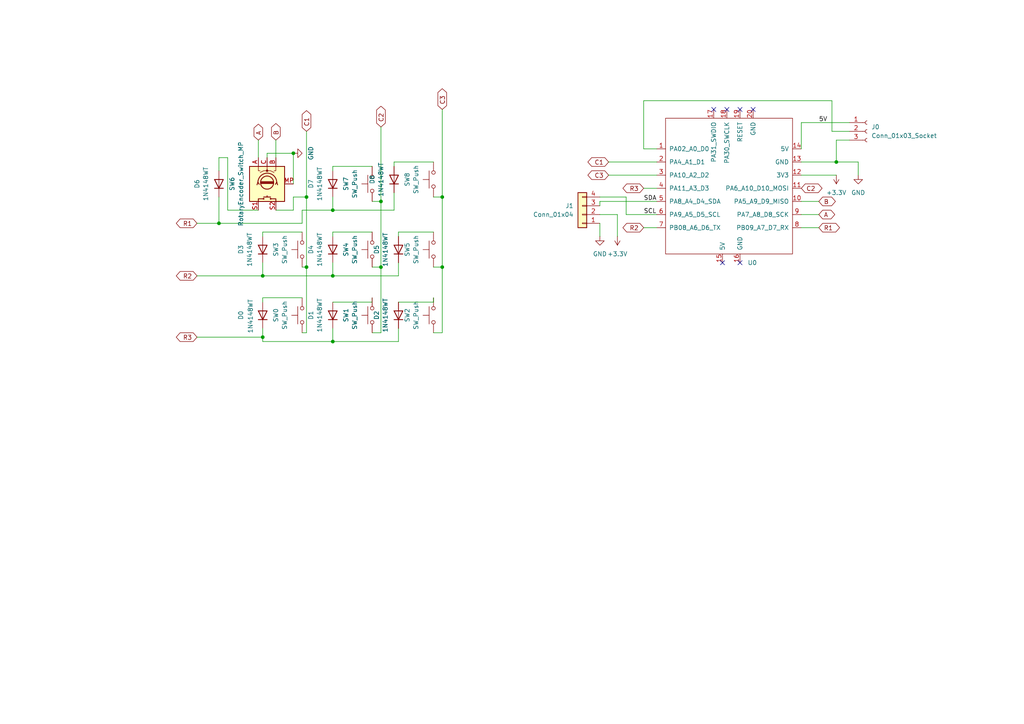
<source format=kicad_sch>
(kicad_sch (version 20231120) (generator "eeschema") (generator_version "8.0")
  (paper "A4")
  (lib_symbols
    (symbol "Connector:Conn_01x03_Socket" (pin_names (offset 1.016) hide)
      (property "Reference" "J" (at 0 5.08 0))
      (property "Value" "Conn_01x03_Socket" (at 0 -5.08 0))
      (symbol "Conn_01x03_Socket_1_1"
        (arc (start 0 -2.032) (mid -0.5058 -2.54) (end 0 -3.048) (stroke (width 0.1524)))
        (polyline (pts (xy -1.27 -2.54) (xy -0.508 -2.54)) (stroke (width 0.1524)))
        (polyline (pts (xy -1.27 0) (xy -0.508 0)) (stroke (width 0.1524)))
        (polyline (pts (xy -1.27 2.54) (xy -0.508 2.54)) (stroke (width 0.1524)))
        (arc (start 0 0.508) (mid -0.5058 0) (end 0 -0.508) (stroke (width 0.1524)))
        (arc (start 0 3.048) (mid -0.5058 2.54) (end 0 2.032) (stroke (width 0.1524)))
        (pin passive line (at -5.08 2.54 0) (length 3.81) (name "Pin_1") (number "1"))
        (pin passive line (at -5.08 0 0) (length 3.81) (name "Pin_2") (number "2"))
        (pin passive line (at -5.08 -2.54 0) (length 3.81) (name "Pin_3") (number "3"))
      )
    )
    (symbol "Connector_Generic:Conn_01x04" (pin_names (offset 1.016) hide)
      (property "Reference" "J1" (at 2.54 0.0001 0))
      (property "Value" "Conn_01x04" (at 2.54 -2.5399 0))
      (symbol "Conn_01x04_1_1"
        (rectangle (start -1.27 -4.953) (end 0 -5.207) (stroke (width 0.1524)))
        (rectangle (start -1.27 -2.413) (end 0 -2.667) (stroke (width 0.1524)))
        (rectangle (start -1.27 0.127) (end 0 -0.127) (stroke (width 0.1524)))
        (rectangle (start -1.27 2.667) (end 0 2.413) (stroke (width 0.1524)))
        (rectangle (start -1.27 3.81) (end 1.27 -6.35) (stroke (width 0.254)) (fill (type background)))
        (pin passive line (at -5.08 -5.08 0) (length 3.81) (name "Pin_4") (number "1"))
        (pin passive line (at -5.08 -2.54 0) (length 3.81) (name "Pin_3") (number "2"))
        (pin passive line (at -5.08 0 0) (length 3.81) (name "Pin_2") (number "3"))
        (pin passive line (at -5.08 2.54 0) (length 3.81) (name "Pin_1") (number "4"))
      )
    )
    (symbol "Device:RotaryEncoder_Switch_MP" (pin_names (offset 0.254) hide)
      (property "Reference" "SW" (at 0 8.89 0))
      (property "Value" "RotaryEncoder_Switch_MP" (at 0 6.35 0))
      (symbol "RotaryEncoder_Switch_MP_0_1"
        (rectangle (start -5.08 5.08) (end 5.08 -5.08) (stroke (width 0.254)) (fill (type background)))
        (circle (center -3.81 0) (radius 0.254) (fill (type outline)))
        (circle (center -0.381 0) (radius 1.905) (stroke (width 0.254)))
        (arc (start -0.381 2.667) (mid -3.0988 -0.0635) (end -0.381 -2.794) (stroke (width 0.254)))
        (polyline (pts (xy -0.635 -1.778) (xy -0.635 1.778)) (stroke (width 0.254)))
        (polyline (pts (xy -0.381 -1.778) (xy -0.381 1.778)) (stroke (width 0.254)))
        (polyline (pts (xy -0.127 1.778) (xy -0.127 -1.778)) (stroke (width 0.254)))
        (polyline (pts (xy 3.81 0) (xy 3.429 0)) (stroke (width 0.254)))
        (polyline (pts (xy 3.81 1.016) (xy 3.81 -1.016)) (stroke (width 0.254)))
        (polyline (pts (xy -5.08 -2.54) (xy -3.81 -2.54) (xy -3.81 -2.032)))
        (polyline (pts (xy -5.08 2.54) (xy -3.81 2.54) (xy -3.81 2.032)))
        (polyline (pts (xy 0.254 -3.048) (xy -0.508 -2.794) (xy 0.127 -2.413)) (stroke (width 0.254)))
        (polyline (pts (xy 0.254 2.921) (xy -0.508 2.667) (xy 0.127 2.286)) (stroke (width 0.254)))
        (polyline (pts (xy 5.08 -2.54) (xy 4.318 -2.54) (xy 4.318 -1.016)) (stroke (width 0.254)))
        (polyline (pts (xy 5.08 2.54) (xy 4.318 2.54) (xy 4.318 1.016)) (stroke (width 0.254)))
        (polyline (pts (xy -5.08 0) (xy -3.81 0) (xy -3.81 -1.016) (xy -3.302 -2.032)))
        (polyline (pts (xy -4.318 0) (xy -3.81 0) (xy -3.81 1.016) (xy -3.302 2.032)))
        (circle (center 4.318 -1.016) (radius 0.127) (stroke (width 0.254)))
        (circle (center 4.318 1.016) (radius 0.127) (stroke (width 0.254)))
      )
      (symbol "RotaryEncoder_Switch_MP_1_1"
        (pin passive line (at -7.62 2.54 0) (length 2.54) (name "A") (number "A"))
        (pin passive line (at -7.62 -2.54 0) (length 2.54) (name "B") (number "B"))
        (pin passive line (at -7.62 0 0) (length 2.54) (name "C") (number "C"))
        (pin passive line (at 0 -7.62 90) (length 2.54) (name "MP") (number "MP"))
        (pin passive line (at 7.62 2.54 180) (length 2.54) (name "S1") (number "S1"))
        (pin passive line (at 7.62 -2.54 180) (length 2.54) (name "S2") (number "S2"))
      )
    )
    (symbol "Diode:1N4148WT" (pin_numbers hide) (pin_names hide)
      (property "Reference" "D" (at 0 2.54 0))
      (property "Value" "1N4148WT" (at 0 -2.54 0))
      (symbol "1N4148WT_0_1"
        (polyline (pts (xy -1.27 1.27) (xy -1.27 -1.27)) (stroke (width 0.254)))
        (polyline (pts (xy 1.27 0) (xy -1.27 0)))
        (polyline (pts (xy 1.27 1.27) (xy 1.27 -1.27) (xy -1.27 0) (xy 1.27 1.27)) (stroke (width 0.254)))
      )
      (symbol "1N4148WT_1_1"
        (pin passive line (at -3.81 0 0) (length 2.54) (name "K") (number "1"))
        (pin passive line (at 3.81 0 180) (length 2.54) (name "A") (number "2"))
      )
    )
    (symbol "Seeed_Studio_XIAO_Series:Seeed Studio XIAO SAMD21" (pin_names (offset 1.016))
      (property "Reference" "U" (at -19.05 22.86 0))
      (property "Value" "Seeed Studio XIAO SAMD21" (at -12.7 21.59 0))
      (symbol "Seeed Studio XIAO SAMD21_0_1"
        (rectangle (start -19.05 20.32) (end 17.78 -19.05))
      )
      (symbol "Seeed Studio XIAO SAMD21_1_1"
        (pin unspecified line (at -21.59 11.43 0) (length 2.54) (name "PA02_A0_D0") (number "1"))
        (pin unspecified line (at 20.32 -3.81 180) (length 2.54) (name "PA5_A9_D9_MISO") (number "10"))
        (pin unspecified line (at 20.32 0 180) (length 2.54) (name "PA6_A10_D10_MOSI") (number "11"))
        (pin unspecified line (at 20.32 3.81 180) (length 2.54) (name "3V3") (number "12"))
        (pin unspecified line (at 20.32 7.62 180) (length 2.54) (name "GND") (number "13"))
        (pin unspecified line (at 20.32 11.43 180) (length 2.54) (name "5V") (number "14"))
        (pin input line (at -2.54 -21.59 90) (length 2.54) (name "5V") (number "15"))
        (pin input line (at 2.54 -21.59 90) (length 2.54) (name "GND") (number "16"))
        (pin input line (at -5.08 22.86 270) (length 2.54) (name "PA31_SWDIO") (number "17"))
        (pin input line (at -1.27 22.86 270) (length 2.54) (name "PA30_SWCLK") (number "18"))
        (pin input line (at 2.54 22.86 270) (length 2.54) (name "RESET") (number "19"))
        (pin unspecified line (at -21.59 7.62 0) (length 2.54) (name "PA4_A1_D1") (number "2"))
        (pin input line (at 6.35 22.86 270) (length 2.54) (name "GND") (number "20"))
        (pin unspecified line (at -21.59 3.81 0) (length 2.54) (name "PA10_A2_D2") (number "3"))
        (pin unspecified line (at -21.59 0 0) (length 2.54) (name "PA11_A3_D3") (number "4"))
        (pin unspecified line (at -21.59 -3.81 0) (length 2.54) (name "PA8_A4_D4_SDA") (number "5"))
        (pin unspecified line (at -21.59 -7.62 0) (length 2.54) (name "PA9_A5_D5_SCL") (number "6"))
        (pin unspecified line (at -21.59 -11.43 0) (length 2.54) (name "PB08_A6_D6_TX") (number "7"))
        (pin unspecified line (at 20.32 -11.43 180) (length 2.54) (name "PB09_A7_D7_RX") (number "8"))
        (pin unspecified line (at 20.32 -7.62 180) (length 2.54) (name "PA7_A8_D8_SCK") (number "9"))
      )
    )
    (symbol "Switch:SW_Push" (pin_numbers hide) (pin_names (offset 1.016) hide)
      (property "Reference" "SW" (at 1.27 2.54 0))
      (property "Value" "SW_Push" (at 0 -1.524 0))
      (symbol "SW_Push_0_1"
        (circle (center -2.032 0) (radius 0.508))
        (polyline (pts (xy 0 1.27) (xy 0 3.048)))
        (polyline (pts (xy 2.54 1.27) (xy -2.54 1.27)))
        (circle (center 2.032 0) (radius 0.508))
        (pin passive line (at -5.08 0 0) (length 2.54) (name "1") (number "1"))
        (pin passive line (at 5.08 0 180) (length 2.54) (name "2") (number "2"))
      )
    )
    (symbol "power:+3.3V" (power) (pin_numbers hide) (pin_names (offset 0) hide)
      (property "Value" "+3.3V" (at 0 3.556 0))
      (symbol "+3.3V_0_1"
        (polyline (pts (xy -0.762 1.27) (xy 0 2.54)))
        (polyline (pts (xy 0 0) (xy 0 2.54)))
        (polyline (pts (xy 0 2.54) (xy 0.762 1.27)))
      )
      (symbol "+3.3V_1_1"
        (pin power_in line (at 0 0 90) (length 0) (name "~") (number "1"))
      )
    )
    (symbol "power:GND" (power) (pin_numbers hide) (pin_names (offset 0) hide)
      (property "Value" "GND" (at 0 -3.81 0))
      (symbol "GND_0_1"
        (polyline (pts (xy 0 0) (xy 0 -1.27) (xy 1.27 -1.27) (xy 0 -2.54) (xy -1.27 -1.27) (xy 0 -1.27)))
      )
      (symbol "GND_1_1"
        (pin power_in line (at 0 0 270) (length 0) (name "~") (number "1"))
      )
    )
  )
  (junction (at 128.27 77.47))
  (junction (at 110.49 58.42))
  (junction (at 110.49 77.47))
  (junction (at 128.27 57.15))
  (junction (at 96.52 99.06))
  (junction (at 96.52 60.96))
  (junction (at 96.52 80.01))
  (junction (at 76.2 97.79))
  (junction (at 63.5 64.77))
  (junction (at 88.9 57.15))
  (junction (at 242.57 46.99))
  (junction (at 85.09 44.45))
  (junction (at 88.9 77.47))
  (junction (at 76.2 80.01))
  (no_connect (at 218.44 31.75))
  (no_connect (at 214.63 76.2))
  (no_connect (at 209.55 76.2))
  (no_connect (at 207.01 31.75))
  (no_connect (at 210.82 31.75))
  (no_connect (at 214.63 31.75))
  (wire (pts (xy 96.52 87.63) (xy 107.95 87.63)))
  (wire (pts (xy 76.2 86.36) (xy 76.2 87.63)))
  (wire (pts (xy 115.57 87.63) (xy 125.73 87.63)))
  (wire (pts (xy 63.5 57.15) (xy 63.5 64.77)))
  (wire (pts (xy 186.69 29.21) (xy 241.3 29.21)))
  (wire (pts (xy 85.09 44.45) (xy 77.47 44.45)))
  (wire (pts (xy 87.63 86.36) (xy 76.2 86.36)))
  (wire (pts (xy 76.2 80.01) (xy 96.52 80.01)))
  (wire (pts (xy 179.07 62.23) (xy 179.07 68.58)))
  (wire (pts (xy 87.63 64.77) (xy 87.63 60.96)))
  (wire (pts (xy 107.95 67.31) (xy 96.52 67.31)))
  (wire (pts (xy 232.41 66.04) (xy 237.49 66.04)))
  (wire (pts (xy 66.04 45.72) (xy 63.5 45.72)))
  (wire (pts (xy 181.61 62.23) (xy 181.61 57.15)))
  (wire (pts (xy 96.52 99.06) (xy 96.52 95.25)))
  (wire (pts (xy 242.57 46.99) (xy 248.92 46.99)))
  (wire (pts (xy 186.69 66.04) (xy 190.5 66.04)))
  (wire (pts (xy 96.52 60.96) (xy 114.3 60.96)))
  (wire (pts (xy 232.41 50.8) (xy 242.57 50.8)))
  (wire (pts (xy 87.63 60.96) (xy 96.52 60.96)))
  (wire (pts (xy 115.57 80.01) (xy 115.57 76.2)))
  (wire (pts (xy 186.69 54.61) (xy 190.5 54.61)))
  (wire (pts (xy 96.52 57.15) (xy 96.52 60.96)))
  (wire (pts (xy 63.5 64.77) (xy 87.63 64.77)))
  (wire (pts (xy 76.2 80.01) (xy 76.2 76.2)))
  (wire (pts (xy 181.61 57.15) (xy 173.99 57.15)))
  (wire (pts (xy 125.73 57.15) (xy 128.27 57.15)))
  (wire (pts (xy 242.57 40.64) (xy 246.38 40.64)))
  (wire (pts (xy 85.09 53.34) (xy 85.09 44.45)))
  (wire (pts (xy 173.99 62.23) (xy 179.07 62.23)))
  (wire (pts (xy 96.52 99.06) (xy 115.57 99.06)))
  (wire (pts (xy 114.3 46.99) (xy 114.3 48.26)))
  (wire (pts (xy 128.27 77.47) (xy 128.27 57.15)))
  (wire (pts (xy 128.27 57.15) (xy 128.27 31.75)))
  (wire (pts (xy 176.53 50.8) (xy 190.5 50.8)))
  (wire (pts (xy 125.73 87.63) (xy 125.73 86.36)))
  (wire (pts (xy 107.95 48.26) (xy 96.52 48.26)))
  (wire (pts (xy 241.3 38.1) (xy 246.38 38.1)))
  (wire (pts (xy 96.52 76.2) (xy 96.52 80.01)))
  (wire (pts (xy 80.01 45.72) (xy 80.01 40.64)))
  (wire (pts (xy 88.9 57.15) (xy 88.9 38.1)))
  (wire (pts (xy 87.63 96.52) (xy 88.9 96.52)))
  (wire (pts (xy 232.41 46.99) (xy 242.57 46.99)))
  (wire (pts (xy 88.9 77.47) (xy 88.9 57.15)))
  (wire (pts (xy 190.5 62.23) (xy 181.61 62.23)))
  (wire (pts (xy 76.2 67.31) (xy 76.2 68.58)))
  (wire (pts (xy 173.99 58.42) (xy 173.99 59.69)))
  (wire (pts (xy 125.73 96.52) (xy 128.27 96.52)))
  (wire (pts (xy 232.41 43.18) (xy 232.41 35.56)))
  (wire (pts (xy 107.95 77.47) (xy 110.49 77.47)))
  (wire (pts (xy 110.49 58.42) (xy 110.49 36.83)))
  (wire (pts (xy 186.69 43.18) (xy 190.5 43.18)))
  (wire (pts (xy 110.49 96.52) (xy 110.49 77.47)))
  (wire (pts (xy 242.57 46.99) (xy 242.57 40.64)))
  (wire (pts (xy 232.41 35.56) (xy 246.38 35.56)))
  (wire (pts (xy 66.04 60.96) (xy 66.04 45.72)))
  (wire (pts (xy 190.5 58.42) (xy 173.99 58.42)))
  (wire (pts (xy 96.52 80.01) (xy 115.57 80.01)))
  (wire (pts (xy 57.15 64.77) (xy 63.5 64.77)))
  (wire (pts (xy 76.2 95.25) (xy 76.2 97.79)))
  (wire (pts (xy 96.52 48.26) (xy 96.52 49.53)))
  (wire (pts (xy 57.15 80.01) (xy 76.2 80.01)))
  (wire (pts (xy 76.2 97.79) (xy 76.2 99.06)))
  (wire (pts (xy 57.15 97.79) (xy 76.2 97.79)))
  (wire (pts (xy 85.09 57.15) (xy 88.9 57.15)))
  (wire (pts (xy 115.57 67.31) (xy 115.57 68.58)))
  (wire (pts (xy 96.52 67.31) (xy 96.52 68.58)))
  (wire (pts (xy 74.93 60.96) (xy 66.04 60.96)))
  (wire (pts (xy 176.53 46.99) (xy 190.5 46.99)))
  (wire (pts (xy 232.41 62.23) (xy 237.49 62.23)))
  (wire (pts (xy 85.09 60.96) (xy 85.09 57.15)))
  (wire (pts (xy 76.2 99.06) (xy 96.52 99.06)))
  (wire (pts (xy 88.9 96.52) (xy 88.9 77.47)))
  (wire (pts (xy 232.41 58.42) (xy 237.49 58.42)))
  (wire (pts (xy 128.27 96.52) (xy 128.27 77.47)))
  (wire (pts (xy 80.01 60.96) (xy 85.09 60.96)))
  (wire (pts (xy 74.93 45.72) (xy 74.93 40.64)))
  (wire (pts (xy 173.99 68.58) (xy 173.99 64.77)))
  (wire (pts (xy 107.95 96.52) (xy 110.49 96.52)))
  (wire (pts (xy 87.63 77.47) (xy 88.9 77.47)))
  (wire (pts (xy 110.49 77.47) (xy 110.49 58.42)))
  (wire (pts (xy 87.63 67.31) (xy 76.2 67.31)))
  (wire (pts (xy 125.73 46.99) (xy 114.3 46.99)))
  (wire (pts (xy 186.69 43.18) (xy 186.69 29.21)))
  (wire (pts (xy 114.3 55.88) (xy 114.3 60.96)))
  (wire (pts (xy 115.57 99.06) (xy 115.57 95.25)))
  (wire (pts (xy 107.95 87.63) (xy 107.95 86.36)))
  (wire (pts (xy 63.5 49.53) (xy 63.5 45.72)))
  (wire (pts (xy 248.92 46.99) (xy 248.92 50.8)))
  (wire (pts (xy 125.73 67.31) (xy 115.57 67.31)))
  (wire (pts (xy 241.3 29.21) (xy 241.3 38.1)))
  (wire (pts (xy 107.95 58.42) (xy 110.49 58.42)))
  (wire (pts (xy 77.47 45.72) (xy 77.47 44.45)))
  (wire (pts (xy 125.73 77.47) (xy 128.27 77.47)))
  (label "SDA" (at 186.69 58.42 0))
  (label "SCL" (at 186.69 62.23 0))
  (label "5V" (at 237.49 35.56 0))
  (global_label "R1" (shape bidirectional) (at 237.49 66.04 0) (property "Intersheetrefs" "${INTERSHEET_REFS}" (effects (hide yes))))
  (global_label "C1" (shape bidirectional) (at 88.9 38.1 90) (property "Intersheetrefs" "${INTERSHEET_REFS}" (effects (hide yes))))
  (global_label "C2" (shape bidirectional) (at 232.41 54.61 0) (property "Intersheetrefs" "${INTERSHEET_REFS}" (effects (hide yes))))
  (global_label "R2" (shape bidirectional) (at 186.69 66.04 180) (property "Intersheetrefs" "${INTERSHEET_REFS}" (effects (hide yes))))
  (global_label "B" (shape bidirectional) (at 80.01 40.64 90) (property "Intersheetrefs" "${INTERSHEET_REFS}" (effects (hide yes))))
  (global_label "C1" (shape bidirectional) (at 176.53 46.99 180) (property "Intersheetrefs" "${INTERSHEET_REFS}" (effects (hide yes))))
  (global_label "C3" (shape bidirectional) (at 128.27 31.75 90) (property "Intersheetrefs" "${INTERSHEET_REFS}" (effects (hide yes))))
  (global_label "R2" (shape bidirectional) (at 57.15 80.01 180) (property "Intersheetrefs" "${INTERSHEET_REFS}" (effects (hide yes))))
  (global_label "R1" (shape bidirectional) (at 57.15 64.77 180) (property "Intersheetrefs" "${INTERSHEET_REFS}" (effects (hide yes))))
  (global_label "C2" (shape bidirectional) (at 110.49 36.83 90) (property "Intersheetrefs" "${INTERSHEET_REFS}" (effects (hide yes))))
  (global_label "A" (shape bidirectional) (at 74.93 40.64 90) (property "Intersheetrefs" "${INTERSHEET_REFS}" (effects (hide yes))))
  (global_label "R3" (shape bidirectional) (at 186.69 54.61 180) (property "Intersheetrefs" "${INTERSHEET_REFS}" (effects (hide yes))))
  (global_label "R3" (shape bidirectional) (at 57.15 97.79 180) (property "Intersheetrefs" "${INTERSHEET_REFS}" (effects (hide yes))))
  (global_label "C3" (shape bidirectional) (at 176.53 50.8 180) (property "Intersheetrefs" "${INTERSHEET_REFS}" (effects (hide yes))))
  (global_label "A" (shape bidirectional) (at 237.49 62.23 0) (property "Intersheetrefs" "${INTERSHEET_REFS}" (effects (hide yes))))
  (global_label "B" (shape bidirectional) (at 237.49 58.42 0) (property "Intersheetrefs" "${INTERSHEET_REFS}" (effects (hide yes))))
  (symbol (lib_id "power:+3.3V") (at 242.57 50.8 0) (mirror x) (unit 1)
    (property "Reference" "#PWR03" (effects (hide yes)))
    (property "Value" "+3.3V" (at 242.57 55.88 0))
    (property "Description" "Power symbol creates a global label with name \"+3.3V\"" (effects (hide yes)))
  )
  (symbol (lib_id "Switch:SW_Push") (at 107.95 72.39 90) (unit 1)
    (property "Reference" "SW4" (at 100.33 72.39 0))
    (property "Value" "SW_Push" (at 102.87 72.39 0))
    (property "Footprint" "Button_Switch_Keyboard:SW_Cherry_MX_1.00u_PCB" (effects (hide yes)))
    (property "Description" "Push button switch, generic, two pins" (effects (hide yes)))
  )
  (symbol (lib_id "Switch:SW_Push") (at 107.95 53.34 90) (unit 1)
    (property "Reference" "SW7" (at 100.33 53.34 0))
    (property "Value" "SW_Push" (at 102.87 53.34 0))
    (property "Footprint" "Button_Switch_Keyboard:SW_Cherry_MX_1.00u_PCB" (effects (hide yes)))
    (property "Description" "Push button switch, generic, two pins" (effects (hide yes)))
  )
  (symbol (lib_id "Diode:1N4148WT") (at 63.5 53.34 90) (unit 1)
    (property "Reference" "D6" (at 57.15 53.34 0))
    (property "Value" "1N4148WT" (at 59.69 53.34 0))
    (property "Footprint" "Diode_THT:DIODE-1N4148" (effects (hide yes)))
    (property "Datasheet" "https://www.diodes.com/assets/Datasheets/ds30396.pdf" (effects (hide yes)))
    (property "Description" "75V 0.15A Fast switching Diode, SOD-523" (effects (hide yes)))
    (property "Sim.Device" "D" (effects (hide yes)))
    (property "Sim.Pins" "1=K 2=A" (effects (hide yes)))
  )
  (symbol (lib_id "Connector:Conn_01x03_Socket") (at 251.46 38.1 0) (unit 1)
    (property "Reference" "J0" (at 252.73 36.8299 0) (effects (justify left)))
    (property "Value" "Conn_01x03_Socket" (at 252.73 39.3699 0) (effects (justify left)))
    (property "Footprint" "Jumper:SolderJumper-3_P1.3mm_Open_Pad1.0x1.5mm" (effects (hide yes)))
    (property "Description" "Generic connector, single row, 01x03, script generated" (effects (hide yes)))
  )
  (symbol (lib_id "Diode:1N4148WT") (at 115.57 72.39 90) (unit 1)
    (property "Reference" "D5" (at 109.22 72.39 0))
    (property "Value" "1N4148WT" (at 111.76 72.39 0))
    (property "Footprint" "Diode_THT:DIODE-1N4148" (effects (hide yes)))
    (property "Datasheet" "https://www.diodes.com/assets/Datasheets/ds30396.pdf" (effects (hide yes)))
    (property "Description" "75V 0.15A Fast switching Diode, SOD-523" (effects (hide yes)))
    (property "Sim.Device" "D" (effects (hide yes)))
    (property "Sim.Pins" "1=K 2=A" (effects (hide yes)))
  )
  (symbol (lib_id "Seeed_Studio_XIAO_Series:Seeed Studio XIAO SAMD21") (at 212.09 54.61 0) (unit 1)
    (property "Reference" "U0" (at 216.8241 76.2 0) (effects (justify left)))
    (property "Value" "Seeed Studio XIAO SAMD21" (effects (hide yes)))
    (property "Footprint" "Seeed Studio XIAO Series Library:XIAO-Generic-Hybrid-14P-2.54-21X17.8MM" (effects (hide yes)))
  )
  (symbol (lib_id "Diode:1N4148WT") (at 96.52 91.44 90) (unit 1)
    (property "Reference" "D1" (at 90.17 91.44 0))
    (property "Value" "1N4148WT" (at 92.71 91.44 0))
    (property "Footprint" "Diode_THT:DIODE-1N4148" (effects (hide yes)))
    (property "Datasheet" "https://www.diodes.com/assets/Datasheets/ds30396.pdf" (effects (hide yes)))
    (property "Description" "75V 0.15A Fast switching Diode, SOD-523" (effects (hide yes)))
    (property "Sim.Device" "D" (effects (hide yes)))
    (property "Sim.Pins" "1=K 2=A" (effects (hide yes)))
  )
  (symbol (lib_id "power:GND") (at 173.99 68.58 0) (unit 1)
    (property "Reference" "#PWR01" (effects (hide yes)))
    (property "Value" "GND" (at 173.99 73.66 0))
    (property "Description" "Power symbol creates a global label with name \"GND\" , ground" (effects (hide yes)))
  )
  (symbol (lib_id "Switch:SW_Push") (at 87.63 72.39 90) (unit 1)
    (property "Reference" "SW3" (at 80.01 72.39 0))
    (property "Value" "SW_Push" (at 82.55 72.39 0))
    (property "Footprint" "Button_Switch_Keyboard:SW_Cherry_MX_1.00u_PCB" (effects (hide yes)))
    (property "Description" "Push button switch, generic, two pins" (effects (hide yes)))
  )
  (symbol (lib_id "Diode:1N4148WT") (at 96.52 72.39 90) (unit 1)
    (property "Reference" "D4" (at 90.17 72.39 0))
    (property "Value" "1N4148WT" (at 92.71 72.39 0))
    (property "Footprint" "Diode_THT:DIODE-1N4148" (effects (hide yes)))
    (property "Datasheet" "https://www.diodes.com/assets/Datasheets/ds30396.pdf" (effects (hide yes)))
    (property "Description" "75V 0.15A Fast switching Diode, SOD-523" (effects (hide yes)))
    (property "Sim.Device" "D" (effects (hide yes)))
    (property "Sim.Pins" "1=K 2=A" (effects (hide yes)))
  )
  (symbol (lib_id "power:+3.3V") (at 179.07 68.58 0) (mirror x) (unit 1)
    (property "Reference" "#PWR04" (effects (hide yes)))
    (property "Value" "+3.3V" (at 179.07 73.66 0))
    (property "Description" "Power symbol creates a global label with name \"+3.3V\"" (effects (hide yes)))
  )
  (symbol (lib_id "power:GND") (at 85.09 44.45 90) (unit 1)
    (property "Reference" "#PWR00" (effects (hide yes)))
    (property "Value" "GND" (at 90.17 44.45 0))
    (property "Description" "Power symbol creates a global label with name \"GND\" , ground" (effects (hide yes)))
  )
  (symbol (lib_id "Switch:SW_Push") (at 125.73 91.44 90) (unit 1)
    (property "Reference" "SW2" (at 118.11 91.44 0))
    (property "Value" "SW_Push" (at 120.65 91.44 0))
    (property "Footprint" "Button_Switch_Keyboard:SW_Cherry_MX_1.00u_PCB" (effects (hide yes)))
    (property "Description" "Push button switch, generic, two pins" (effects (hide yes)))
  )
  (symbol (lib_id "Switch:SW_Push") (at 125.73 72.39 90) (unit 1)
    (property "Reference" "SW5" (at 118.11 72.39 0))
    (property "Value" "SW_Push" (at 120.65 72.39 0))
    (property "Footprint" "Button_Switch_Keyboard:SW_Cherry_MX_1.00u_PCB" (effects (hide yes)))
    (property "Description" "Push button switch, generic, two pins" (effects (hide yes)))
  )
  (symbol (lib_id "Connector_Generic:Conn_01x04") (at 168.91 59.69 0) (mirror y) (unit 1)
    (property "Reference" "J1" (at 166.37 59.6899 0) (effects (justify left)))
    (property "Value" "Conn_01x04" (at 166.37 62.2299 0) (effects (justify left)))
    (property "Footprint" "Display:SSD1306-0.91-OLED-4pin-128x32" (effects (hide yes)))
    (property "Description" "Generic connector, single row, 01x04, script generated (kicad-library-utils/schlib/autogen/connector/)" (effects (hide yes)))
  )
  (symbol (lib_id "Diode:1N4148WT") (at 114.3 52.07 90) (unit 1)
    (property "Reference" "D8" (at 107.95 52.07 0))
    (property "Value" "1N4148WT" (at 110.49 52.07 0))
    (property "Footprint" "Diode_THT:DIODE-1N4148" (effects (hide yes)))
    (property "Datasheet" "https://www.diodes.com/assets/Datasheets/ds30396.pdf" (effects (hide yes)))
    (property "Description" "75V 0.15A Fast switching Diode, SOD-523" (effects (hide yes)))
    (property "Sim.Device" "D" (effects (hide yes)))
    (property "Sim.Pins" "1=K 2=A" (effects (hide yes)))
  )
  (symbol (lib_id "Diode:1N4148WT") (at 115.57 91.44 90) (unit 1)
    (property "Reference" "D2" (at 109.22 91.44 0))
    (property "Value" "1N4148WT" (at 111.76 91.44 0))
    (property "Footprint" "Diode_THT:DIODE-1N4148" (effects (hide yes)))
    (property "Datasheet" "https://www.diodes.com/assets/Datasheets/ds30396.pdf" (effects (hide yes)))
    (property "Description" "75V 0.15A Fast switching Diode, SOD-523" (effects (hide yes)))
    (property "Sim.Device" "D" (effects (hide yes)))
    (property "Sim.Pins" "1=K 2=A" (effects (hide yes)))
  )
  (symbol (lib_id "Diode:1N4148WT") (at 76.2 72.39 90) (unit 1)
    (property "Reference" "D3" (at 69.85 72.39 0))
    (property "Value" "1N4148WT" (at 72.39 72.39 0))
    (property "Footprint" "Diode_THT:DIODE-1N4148" (effects (hide yes)))
    (property "Datasheet" "https://www.diodes.com/assets/Datasheets/ds30396.pdf" (effects (hide yes)))
    (property "Description" "75V 0.15A Fast switching Diode, SOD-523" (effects (hide yes)))
    (property "Sim.Device" "D" (effects (hide yes)))
    (property "Sim.Pins" "1=K 2=A" (effects (hide yes)))
  )
  (symbol (lib_id "Switch:SW_Push") (at 87.63 91.44 90) (unit 1)
    (property "Reference" "SW0" (at 80.01 91.44 0))
    (property "Value" "SW_Push" (at 82.55 91.44 0))
    (property "Footprint" "Button_Switch_Keyboard:SW_Cherry_MX_1.00u_PCB" (effects (hide yes)))
    (property "Description" "Push button switch, generic, two pins" (effects (hide yes)))
  )
  (symbol (lib_id "Switch:SW_Push") (at 125.73 52.07 90) (unit 1)
    (property "Reference" "SW8" (at 118.11 52.07 0))
    (property "Value" "SW_Push" (at 120.65 52.07 0))
    (property "Footprint" "Button_Switch_Keyboard:SW_Cherry_MX_1.00u_PCB" (effects (hide yes)))
    (property "Description" "Push button switch, generic, two pins" (effects (hide yes)))
  )
  (symbol (lib_id "Diode:1N4148WT") (at 96.52 53.34 90) (unit 1)
    (property "Reference" "D7" (at 90.17 53.34 0))
    (property "Value" "1N4148WT" (at 92.71 53.34 0))
    (property "Footprint" "Diode_THT:DIODE-1N4148" (effects (hide yes)))
    (property "Datasheet" "https://www.diodes.com/assets/Datasheets/ds30396.pdf" (effects (hide yes)))
    (property "Description" "75V 0.15A Fast switching Diode, SOD-523" (effects (hide yes)))
    (property "Sim.Device" "D" (effects (hide yes)))
    (property "Sim.Pins" "1=K 2=A" (effects (hide yes)))
  )
  (symbol (lib_id "Diode:1N4148WT") (at 76.2 91.44 90) (unit 1)
    (property "Reference" "D0" (at 69.85 91.44 0))
    (property "Value" "1N4148WT" (at 72.644 91.694 0))
    (property "Footprint" "Diode_THT:DIODE-1N4148" (effects (hide yes)))
    (property "Datasheet" "https://www.diodes.com/assets/Datasheets/ds30396.pdf" (effects (hide yes)))
    (property "Description" "75V 0.15A Fast switching Diode, SOD-523" (effects (hide yes)))
    (property "Sim.Device" "D" (effects (hide yes)))
    (property "Sim.Pins" "1=K 2=A" (effects (hide yes)))
  )
  (symbol (lib_id "Switch:SW_Push") (at 107.95 91.44 90) (unit 1)
    (property "Reference" "SW1" (at 100.33 91.44 0))
    (property "Value" "SW_Push" (at 102.87 91.44 0))
    (property "Footprint" "Button_Switch_Keyboard:SW_Cherry_MX_1.00u_PCB" (effects (hide yes)))
    (property "Description" "Push button switch, generic, two pins" (effects (hide yes)))
  )
  (symbol (lib_id "power:GND") (at 248.92 50.8 0) (unit 1)
    (property "Reference" "#PWR02" (effects (hide yes)))
    (property "Value" "GND" (at 248.92 55.88 0))
    (property "Description" "Power symbol creates a global label with name \"GND\" , ground" (effects (hide yes)))
  )
  (symbol (lib_id "Device:RotaryEncoder_Switch_MP") (at 77.47 53.34 90) (mirror x) (unit 1)
    (property "Reference" "SW6" (at 67.31 53.34 0))
    (property "Value" "RotaryEncoder_Switch_MP" (at 69.85 53.34 0))
    (property "Footprint" "Rotary_Encoder:RotaryEncoder_Alps_EC12E-Switch_Vertical_H20mm" (effects (hide yes)))
    (property "Description" "Rotary encoder, dual channel, incremental quadrate outputs, with switch and MP Pin" (effects (hide yes)))
  )
)
</source>
